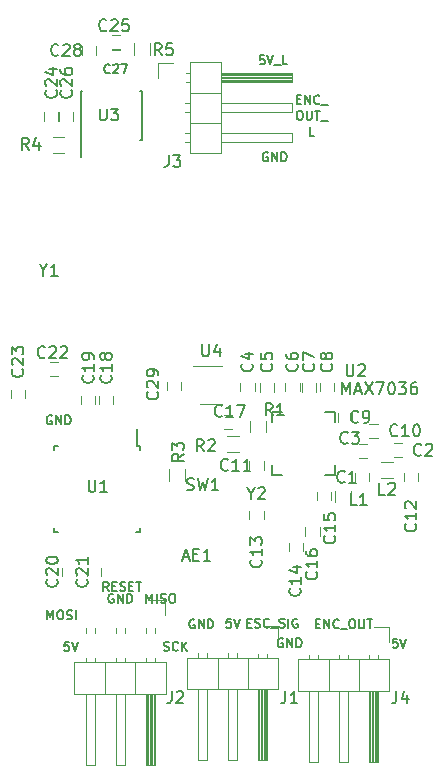
<source format=gbr>
G04 #@! TF.FileFunction,Legend,Top*
%FSLAX46Y46*%
G04 Gerber Fmt 4.6, Leading zero omitted, Abs format (unit mm)*
G04 Created by KiCad (PCBNEW 4.0.7) date 04/10/18 01:59:35*
%MOMM*%
%LPD*%
G01*
G04 APERTURE LIST*
%ADD10C,0.100000*%
%ADD11C,0.190500*%
%ADD12C,0.150000*%
%ADD13C,0.120000*%
%ADD14C,0.152400*%
G04 APERTURE END LIST*
D10*
D11*
X117402428Y-140398500D02*
X117329857Y-140362214D01*
X117221000Y-140362214D01*
X117112143Y-140398500D01*
X117039571Y-140471071D01*
X117003286Y-140543643D01*
X116967000Y-140688786D01*
X116967000Y-140797643D01*
X117003286Y-140942786D01*
X117039571Y-141015357D01*
X117112143Y-141087929D01*
X117221000Y-141124214D01*
X117293571Y-141124214D01*
X117402428Y-141087929D01*
X117438714Y-141051643D01*
X117438714Y-140797643D01*
X117293571Y-140797643D01*
X117765286Y-141124214D02*
X117765286Y-140362214D01*
X118200714Y-141124214D01*
X118200714Y-140362214D01*
X118563572Y-141124214D02*
X118563572Y-140362214D01*
X118745000Y-140362214D01*
X118853857Y-140398500D01*
X118926429Y-140471071D01*
X118962714Y-140543643D01*
X118999000Y-140688786D01*
X118999000Y-140797643D01*
X118962714Y-140942786D01*
X118926429Y-141015357D01*
X118853857Y-141087929D01*
X118745000Y-141124214D01*
X118563572Y-141124214D01*
X115842144Y-91022714D02*
X115479287Y-91022714D01*
X115443001Y-91385571D01*
X115479287Y-91349286D01*
X115551858Y-91313000D01*
X115733287Y-91313000D01*
X115805858Y-91349286D01*
X115842144Y-91385571D01*
X115878429Y-91458143D01*
X115878429Y-91639571D01*
X115842144Y-91712143D01*
X115805858Y-91748429D01*
X115733287Y-91784714D01*
X115551858Y-91784714D01*
X115479287Y-91748429D01*
X115443001Y-91712143D01*
X116096143Y-91022714D02*
X116350143Y-91784714D01*
X116604143Y-91022714D01*
X116676715Y-91857286D02*
X117257286Y-91857286D01*
X117801572Y-91784714D02*
X117438715Y-91784714D01*
X117438715Y-91022714D01*
X118590786Y-94751071D02*
X118844786Y-94751071D01*
X118953643Y-95150214D02*
X118590786Y-95150214D01*
X118590786Y-94388214D01*
X118953643Y-94388214D01*
X119280215Y-95150214D02*
X119280215Y-94388214D01*
X119715643Y-95150214D01*
X119715643Y-94388214D01*
X120513929Y-95077643D02*
X120477643Y-95113929D01*
X120368786Y-95150214D01*
X120296215Y-95150214D01*
X120187358Y-95113929D01*
X120114786Y-95041357D01*
X120078501Y-94968786D01*
X120042215Y-94823643D01*
X120042215Y-94714786D01*
X120078501Y-94569643D01*
X120114786Y-94497071D01*
X120187358Y-94424500D01*
X120296215Y-94388214D01*
X120368786Y-94388214D01*
X120477643Y-94424500D01*
X120513929Y-94460786D01*
X120659072Y-95222786D02*
X121239643Y-95222786D01*
X118772214Y-95721714D02*
X118917357Y-95721714D01*
X118989929Y-95758000D01*
X119062500Y-95830571D01*
X119098786Y-95975714D01*
X119098786Y-96229714D01*
X119062500Y-96374857D01*
X118989929Y-96447429D01*
X118917357Y-96483714D01*
X118772214Y-96483714D01*
X118699643Y-96447429D01*
X118627072Y-96374857D01*
X118590786Y-96229714D01*
X118590786Y-95975714D01*
X118627072Y-95830571D01*
X118699643Y-95758000D01*
X118772214Y-95721714D01*
X119425358Y-95721714D02*
X119425358Y-96338571D01*
X119461643Y-96411143D01*
X119497929Y-96447429D01*
X119570500Y-96483714D01*
X119715643Y-96483714D01*
X119788215Y-96447429D01*
X119824500Y-96411143D01*
X119860786Y-96338571D01*
X119860786Y-95721714D01*
X120114786Y-95721714D02*
X120550215Y-95721714D01*
X120332501Y-96483714D02*
X120332501Y-95721714D01*
X120622786Y-96556286D02*
X121203357Y-96556286D01*
X120060358Y-97817214D02*
X119697501Y-97817214D01*
X119697501Y-97055214D01*
X116132428Y-99250500D02*
X116059857Y-99214214D01*
X115951000Y-99214214D01*
X115842143Y-99250500D01*
X115769571Y-99323071D01*
X115733286Y-99395643D01*
X115697000Y-99540786D01*
X115697000Y-99649643D01*
X115733286Y-99794786D01*
X115769571Y-99867357D01*
X115842143Y-99939929D01*
X115951000Y-99976214D01*
X116023571Y-99976214D01*
X116132428Y-99939929D01*
X116168714Y-99903643D01*
X116168714Y-99649643D01*
X116023571Y-99649643D01*
X116495286Y-99976214D02*
X116495286Y-99214214D01*
X116930714Y-99976214D01*
X116930714Y-99214214D01*
X117293572Y-99976214D02*
X117293572Y-99214214D01*
X117475000Y-99214214D01*
X117583857Y-99250500D01*
X117656429Y-99323071D01*
X117692714Y-99395643D01*
X117729000Y-99540786D01*
X117729000Y-99649643D01*
X117692714Y-99794786D01*
X117656429Y-99867357D01*
X117583857Y-99939929D01*
X117475000Y-99976214D01*
X117293572Y-99976214D01*
X127108858Y-140425714D02*
X126746001Y-140425714D01*
X126709715Y-140788571D01*
X126746001Y-140752286D01*
X126818572Y-140716000D01*
X127000001Y-140716000D01*
X127072572Y-140752286D01*
X127108858Y-140788571D01*
X127145143Y-140861143D01*
X127145143Y-141042571D01*
X127108858Y-141115143D01*
X127072572Y-141151429D01*
X127000001Y-141187714D01*
X126818572Y-141187714D01*
X126746001Y-141151429D01*
X126709715Y-141115143D01*
X127362857Y-140425714D02*
X127616857Y-141187714D01*
X127870857Y-140425714D01*
X120232715Y-139137571D02*
X120486715Y-139137571D01*
X120595572Y-139536714D02*
X120232715Y-139536714D01*
X120232715Y-138774714D01*
X120595572Y-138774714D01*
X120922144Y-139536714D02*
X120922144Y-138774714D01*
X121357572Y-139536714D01*
X121357572Y-138774714D01*
X122155858Y-139464143D02*
X122119572Y-139500429D01*
X122010715Y-139536714D01*
X121938144Y-139536714D01*
X121829287Y-139500429D01*
X121756715Y-139427857D01*
X121720430Y-139355286D01*
X121684144Y-139210143D01*
X121684144Y-139101286D01*
X121720430Y-138956143D01*
X121756715Y-138883571D01*
X121829287Y-138811000D01*
X121938144Y-138774714D01*
X122010715Y-138774714D01*
X122119572Y-138811000D01*
X122155858Y-138847286D01*
X122301001Y-139609286D02*
X122881572Y-139609286D01*
X123208143Y-138774714D02*
X123353286Y-138774714D01*
X123425858Y-138811000D01*
X123498429Y-138883571D01*
X123534715Y-139028714D01*
X123534715Y-139282714D01*
X123498429Y-139427857D01*
X123425858Y-139500429D01*
X123353286Y-139536714D01*
X123208143Y-139536714D01*
X123135572Y-139500429D01*
X123063001Y-139427857D01*
X123026715Y-139282714D01*
X123026715Y-139028714D01*
X123063001Y-138883571D01*
X123135572Y-138811000D01*
X123208143Y-138774714D01*
X123861287Y-138774714D02*
X123861287Y-139391571D01*
X123897572Y-139464143D01*
X123933858Y-139500429D01*
X124006429Y-139536714D01*
X124151572Y-139536714D01*
X124224144Y-139500429D01*
X124260429Y-139464143D01*
X124296715Y-139391571D01*
X124296715Y-138774714D01*
X124550715Y-138774714D02*
X124986144Y-138774714D01*
X124768430Y-139536714D02*
X124768430Y-138774714D01*
X97844428Y-121539000D02*
X97771857Y-121502714D01*
X97663000Y-121502714D01*
X97554143Y-121539000D01*
X97481571Y-121611571D01*
X97445286Y-121684143D01*
X97409000Y-121829286D01*
X97409000Y-121938143D01*
X97445286Y-122083286D01*
X97481571Y-122155857D01*
X97554143Y-122228429D01*
X97663000Y-122264714D01*
X97735571Y-122264714D01*
X97844428Y-122228429D01*
X97880714Y-122192143D01*
X97880714Y-121938143D01*
X97735571Y-121938143D01*
X98207286Y-122264714D02*
X98207286Y-121502714D01*
X98642714Y-122264714D01*
X98642714Y-121502714D01*
X99005572Y-122264714D02*
X99005572Y-121502714D01*
X99187000Y-121502714D01*
X99295857Y-121539000D01*
X99368429Y-121611571D01*
X99404714Y-121684143D01*
X99441000Y-121829286D01*
X99441000Y-121938143D01*
X99404714Y-122083286D01*
X99368429Y-122155857D01*
X99295857Y-122228429D01*
X99187000Y-122264714D01*
X99005572Y-122264714D01*
X114399787Y-139074071D02*
X114653787Y-139074071D01*
X114762644Y-139473214D02*
X114399787Y-139473214D01*
X114399787Y-138711214D01*
X114762644Y-138711214D01*
X115052930Y-139436929D02*
X115161787Y-139473214D01*
X115343216Y-139473214D01*
X115415787Y-139436929D01*
X115452073Y-139400643D01*
X115488358Y-139328071D01*
X115488358Y-139255500D01*
X115452073Y-139182929D01*
X115415787Y-139146643D01*
X115343216Y-139110357D01*
X115198073Y-139074071D01*
X115125501Y-139037786D01*
X115089216Y-139001500D01*
X115052930Y-138928929D01*
X115052930Y-138856357D01*
X115089216Y-138783786D01*
X115125501Y-138747500D01*
X115198073Y-138711214D01*
X115379501Y-138711214D01*
X115488358Y-138747500D01*
X116250358Y-139400643D02*
X116214072Y-139436929D01*
X116105215Y-139473214D01*
X116032644Y-139473214D01*
X115923787Y-139436929D01*
X115851215Y-139364357D01*
X115814930Y-139291786D01*
X115778644Y-139146643D01*
X115778644Y-139037786D01*
X115814930Y-138892643D01*
X115851215Y-138820071D01*
X115923787Y-138747500D01*
X116032644Y-138711214D01*
X116105215Y-138711214D01*
X116214072Y-138747500D01*
X116250358Y-138783786D01*
X116395501Y-139545786D02*
X116976072Y-139545786D01*
X117121215Y-139436929D02*
X117230072Y-139473214D01*
X117411501Y-139473214D01*
X117484072Y-139436929D01*
X117520358Y-139400643D01*
X117556643Y-139328071D01*
X117556643Y-139255500D01*
X117520358Y-139182929D01*
X117484072Y-139146643D01*
X117411501Y-139110357D01*
X117266358Y-139074071D01*
X117193786Y-139037786D01*
X117157501Y-139001500D01*
X117121215Y-138928929D01*
X117121215Y-138856357D01*
X117157501Y-138783786D01*
X117193786Y-138747500D01*
X117266358Y-138711214D01*
X117447786Y-138711214D01*
X117556643Y-138747500D01*
X117883215Y-139473214D02*
X117883215Y-138711214D01*
X118645214Y-138747500D02*
X118572643Y-138711214D01*
X118463786Y-138711214D01*
X118354929Y-138747500D01*
X118282357Y-138820071D01*
X118246072Y-138892643D01*
X118209786Y-139037786D01*
X118209786Y-139146643D01*
X118246072Y-139291786D01*
X118282357Y-139364357D01*
X118354929Y-139436929D01*
X118463786Y-139473214D01*
X118536357Y-139473214D01*
X118645214Y-139436929D01*
X118681500Y-139400643D01*
X118681500Y-139146643D01*
X118536357Y-139146643D01*
X113011858Y-138711214D02*
X112649001Y-138711214D01*
X112612715Y-139074071D01*
X112649001Y-139037786D01*
X112721572Y-139001500D01*
X112903001Y-139001500D01*
X112975572Y-139037786D01*
X113011858Y-139074071D01*
X113048143Y-139146643D01*
X113048143Y-139328071D01*
X113011858Y-139400643D01*
X112975572Y-139436929D01*
X112903001Y-139473214D01*
X112721572Y-139473214D01*
X112649001Y-139436929D01*
X112612715Y-139400643D01*
X113265857Y-138711214D02*
X113519857Y-139473214D01*
X113773857Y-138711214D01*
X109909428Y-138811000D02*
X109836857Y-138774714D01*
X109728000Y-138774714D01*
X109619143Y-138811000D01*
X109546571Y-138883571D01*
X109510286Y-138956143D01*
X109474000Y-139101286D01*
X109474000Y-139210143D01*
X109510286Y-139355286D01*
X109546571Y-139427857D01*
X109619143Y-139500429D01*
X109728000Y-139536714D01*
X109800571Y-139536714D01*
X109909428Y-139500429D01*
X109945714Y-139464143D01*
X109945714Y-139210143D01*
X109800571Y-139210143D01*
X110272286Y-139536714D02*
X110272286Y-138774714D01*
X110707714Y-139536714D01*
X110707714Y-138774714D01*
X111070572Y-139536714D02*
X111070572Y-138774714D01*
X111252000Y-138774714D01*
X111360857Y-138811000D01*
X111433429Y-138883571D01*
X111469714Y-138956143D01*
X111506000Y-139101286D01*
X111506000Y-139210143D01*
X111469714Y-139355286D01*
X111433429Y-139427857D01*
X111360857Y-139500429D01*
X111252000Y-139536714D01*
X111070572Y-139536714D01*
X103051428Y-136652000D02*
X102978857Y-136615714D01*
X102870000Y-136615714D01*
X102761143Y-136652000D01*
X102688571Y-136724571D01*
X102652286Y-136797143D01*
X102616000Y-136942286D01*
X102616000Y-137051143D01*
X102652286Y-137196286D01*
X102688571Y-137268857D01*
X102761143Y-137341429D01*
X102870000Y-137377714D01*
X102942571Y-137377714D01*
X103051428Y-137341429D01*
X103087714Y-137305143D01*
X103087714Y-137051143D01*
X102942571Y-137051143D01*
X103414286Y-137377714D02*
X103414286Y-136615714D01*
X103849714Y-137377714D01*
X103849714Y-136615714D01*
X104212572Y-137377714D02*
X104212572Y-136615714D01*
X104394000Y-136615714D01*
X104502857Y-136652000D01*
X104575429Y-136724571D01*
X104611714Y-136797143D01*
X104648000Y-136942286D01*
X104648000Y-137051143D01*
X104611714Y-137196286D01*
X104575429Y-137268857D01*
X104502857Y-137341429D01*
X104394000Y-137377714D01*
X104212572Y-137377714D01*
X102652286Y-136361714D02*
X102398286Y-135998857D01*
X102216858Y-136361714D02*
X102216858Y-135599714D01*
X102507143Y-135599714D01*
X102579715Y-135636000D01*
X102616000Y-135672286D01*
X102652286Y-135744857D01*
X102652286Y-135853714D01*
X102616000Y-135926286D01*
X102579715Y-135962571D01*
X102507143Y-135998857D01*
X102216858Y-135998857D01*
X102978858Y-135962571D02*
X103232858Y-135962571D01*
X103341715Y-136361714D02*
X102978858Y-136361714D01*
X102978858Y-135599714D01*
X103341715Y-135599714D01*
X103632001Y-136325429D02*
X103740858Y-136361714D01*
X103922287Y-136361714D01*
X103994858Y-136325429D01*
X104031144Y-136289143D01*
X104067429Y-136216571D01*
X104067429Y-136144000D01*
X104031144Y-136071429D01*
X103994858Y-136035143D01*
X103922287Y-135998857D01*
X103777144Y-135962571D01*
X103704572Y-135926286D01*
X103668287Y-135890000D01*
X103632001Y-135817429D01*
X103632001Y-135744857D01*
X103668287Y-135672286D01*
X103704572Y-135636000D01*
X103777144Y-135599714D01*
X103958572Y-135599714D01*
X104067429Y-135636000D01*
X104394001Y-135962571D02*
X104648001Y-135962571D01*
X104756858Y-136361714D02*
X104394001Y-136361714D01*
X104394001Y-135599714D01*
X104756858Y-135599714D01*
X104974572Y-135599714D02*
X105410001Y-135599714D01*
X105192287Y-136361714D02*
X105192287Y-135599714D01*
X107351286Y-141405429D02*
X107460143Y-141441714D01*
X107641572Y-141441714D01*
X107714143Y-141405429D01*
X107750429Y-141369143D01*
X107786714Y-141296571D01*
X107786714Y-141224000D01*
X107750429Y-141151429D01*
X107714143Y-141115143D01*
X107641572Y-141078857D01*
X107496429Y-141042571D01*
X107423857Y-141006286D01*
X107387572Y-140970000D01*
X107351286Y-140897429D01*
X107351286Y-140824857D01*
X107387572Y-140752286D01*
X107423857Y-140716000D01*
X107496429Y-140679714D01*
X107677857Y-140679714D01*
X107786714Y-140716000D01*
X108548714Y-141369143D02*
X108512428Y-141405429D01*
X108403571Y-141441714D01*
X108331000Y-141441714D01*
X108222143Y-141405429D01*
X108149571Y-141332857D01*
X108113286Y-141260286D01*
X108077000Y-141115143D01*
X108077000Y-141006286D01*
X108113286Y-140861143D01*
X108149571Y-140788571D01*
X108222143Y-140716000D01*
X108331000Y-140679714D01*
X108403571Y-140679714D01*
X108512428Y-140716000D01*
X108548714Y-140752286D01*
X108875286Y-141441714D02*
X108875286Y-140679714D01*
X109310714Y-141441714D02*
X108984143Y-141006286D01*
X109310714Y-140679714D02*
X108875286Y-141115143D01*
X105863572Y-137377714D02*
X105863572Y-136615714D01*
X106117572Y-137160000D01*
X106371572Y-136615714D01*
X106371572Y-137377714D01*
X106734429Y-137377714D02*
X106734429Y-136615714D01*
X107061000Y-137341429D02*
X107169857Y-137377714D01*
X107351286Y-137377714D01*
X107423857Y-137341429D01*
X107460143Y-137305143D01*
X107496428Y-137232571D01*
X107496428Y-137160000D01*
X107460143Y-137087429D01*
X107423857Y-137051143D01*
X107351286Y-137014857D01*
X107206143Y-136978571D01*
X107133571Y-136942286D01*
X107097286Y-136906000D01*
X107061000Y-136833429D01*
X107061000Y-136760857D01*
X107097286Y-136688286D01*
X107133571Y-136652000D01*
X107206143Y-136615714D01*
X107387571Y-136615714D01*
X107496428Y-136652000D01*
X107968142Y-136615714D02*
X108113285Y-136615714D01*
X108185857Y-136652000D01*
X108258428Y-136724571D01*
X108294714Y-136869714D01*
X108294714Y-137123714D01*
X108258428Y-137268857D01*
X108185857Y-137341429D01*
X108113285Y-137377714D01*
X107968142Y-137377714D01*
X107895571Y-137341429D01*
X107823000Y-137268857D01*
X107786714Y-137123714D01*
X107786714Y-136869714D01*
X107823000Y-136724571D01*
X107895571Y-136652000D01*
X107968142Y-136615714D01*
X99295858Y-140679714D02*
X98933001Y-140679714D01*
X98896715Y-141042571D01*
X98933001Y-141006286D01*
X99005572Y-140970000D01*
X99187001Y-140970000D01*
X99259572Y-141006286D01*
X99295858Y-141042571D01*
X99332143Y-141115143D01*
X99332143Y-141296571D01*
X99295858Y-141369143D01*
X99259572Y-141405429D01*
X99187001Y-141441714D01*
X99005572Y-141441714D01*
X98933001Y-141405429D01*
X98896715Y-141369143D01*
X99549857Y-140679714D02*
X99803857Y-141441714D01*
X100057857Y-140679714D01*
X97481572Y-138774714D02*
X97481572Y-138012714D01*
X97735572Y-138557000D01*
X97989572Y-138012714D01*
X97989572Y-138774714D01*
X98497571Y-138012714D02*
X98642714Y-138012714D01*
X98715286Y-138049000D01*
X98787857Y-138121571D01*
X98824143Y-138266714D01*
X98824143Y-138520714D01*
X98787857Y-138665857D01*
X98715286Y-138738429D01*
X98642714Y-138774714D01*
X98497571Y-138774714D01*
X98425000Y-138738429D01*
X98352429Y-138665857D01*
X98316143Y-138520714D01*
X98316143Y-138266714D01*
X98352429Y-138121571D01*
X98425000Y-138049000D01*
X98497571Y-138012714D01*
X99114429Y-138738429D02*
X99223286Y-138774714D01*
X99404715Y-138774714D01*
X99477286Y-138738429D01*
X99513572Y-138702143D01*
X99549857Y-138629571D01*
X99549857Y-138557000D01*
X99513572Y-138484429D01*
X99477286Y-138448143D01*
X99404715Y-138411857D01*
X99259572Y-138375571D01*
X99187000Y-138339286D01*
X99150715Y-138303000D01*
X99114429Y-138230429D01*
X99114429Y-138157857D01*
X99150715Y-138085286D01*
X99187000Y-138049000D01*
X99259572Y-138012714D01*
X99441000Y-138012714D01*
X99549857Y-138049000D01*
X99876429Y-138774714D02*
X99876429Y-138012714D01*
D12*
X105317000Y-124098000D02*
X105092000Y-124098000D01*
X105317000Y-131348000D02*
X104992000Y-131348000D01*
X98067000Y-131348000D02*
X98392000Y-131348000D01*
X98067000Y-124098000D02*
X98392000Y-124098000D01*
X105317000Y-124098000D02*
X105317000Y-124423000D01*
X98067000Y-124098000D02*
X98067000Y-124423000D01*
X98067000Y-131348000D02*
X98067000Y-131023000D01*
X105317000Y-131348000D02*
X105317000Y-131023000D01*
X105092000Y-124098000D02*
X105092000Y-122673000D01*
D13*
X103620932Y-90469346D02*
X102920932Y-90469346D01*
X102920932Y-89269346D02*
X103620932Y-89269346D01*
X97920932Y-97952346D02*
X98920932Y-97952346D01*
X98920932Y-99312346D02*
X97920932Y-99312346D01*
X99667932Y-95857346D02*
X99667932Y-96557346D01*
X98467932Y-96557346D02*
X98467932Y-95857346D01*
X101572932Y-90269346D02*
X101572932Y-90969346D01*
X100372932Y-90969346D02*
X100372932Y-90269346D01*
X98397932Y-95857346D02*
X98397932Y-96557346D01*
X97197932Y-96557346D02*
X97197932Y-95857346D01*
D12*
X100302932Y-98200346D02*
X100352932Y-98200346D01*
X100302932Y-94050346D02*
X100447932Y-94050346D01*
X105452932Y-94050346D02*
X105307932Y-94050346D01*
X105452932Y-98200346D02*
X105307932Y-98200346D01*
X100302932Y-98200346D02*
X100302932Y-94050346D01*
X105452932Y-98200346D02*
X105452932Y-94050346D01*
X100352932Y-98200346D02*
X100352932Y-99600346D01*
D13*
X106161432Y-89992346D02*
X106161432Y-90992346D01*
X104801432Y-90992346D02*
X104801432Y-89992346D01*
X109524932Y-91587346D02*
X109524932Y-99327346D01*
X109524932Y-99327346D02*
X112184932Y-99327346D01*
X112184932Y-99327346D02*
X112184932Y-91587346D01*
X112184932Y-91587346D02*
X109524932Y-91587346D01*
X112184932Y-92537346D02*
X118184932Y-92537346D01*
X118184932Y-92537346D02*
X118184932Y-93297346D01*
X118184932Y-93297346D02*
X112184932Y-93297346D01*
X112184932Y-92597346D02*
X118184932Y-92597346D01*
X112184932Y-92717346D02*
X118184932Y-92717346D01*
X112184932Y-92837346D02*
X118184932Y-92837346D01*
X112184932Y-92957346D02*
X118184932Y-92957346D01*
X112184932Y-93077346D02*
X118184932Y-93077346D01*
X112184932Y-93197346D02*
X118184932Y-93197346D01*
X109194932Y-92537346D02*
X109524932Y-92537346D01*
X109194932Y-93297346D02*
X109524932Y-93297346D01*
X109524932Y-94187346D02*
X112184932Y-94187346D01*
X112184932Y-95077346D02*
X118184932Y-95077346D01*
X118184932Y-95077346D02*
X118184932Y-95837346D01*
X118184932Y-95837346D02*
X112184932Y-95837346D01*
X109127861Y-95077346D02*
X109524932Y-95077346D01*
X109127861Y-95837346D02*
X109524932Y-95837346D01*
X109524932Y-96727346D02*
X112184932Y-96727346D01*
X112184932Y-97617346D02*
X118184932Y-97617346D01*
X118184932Y-97617346D02*
X118184932Y-98377346D01*
X118184932Y-98377346D02*
X112184932Y-98377346D01*
X109127861Y-97617346D02*
X109524932Y-97617346D01*
X109127861Y-98377346D02*
X109524932Y-98377346D01*
X106814932Y-92917346D02*
X106814932Y-91647346D01*
X106814932Y-91647346D02*
X108084932Y-91647346D01*
X103620932Y-91739346D02*
X102920932Y-91739346D01*
X102920932Y-90539346D02*
X103620932Y-90539346D01*
X94420000Y-120053000D02*
X94420000Y-119353000D01*
X95620000Y-119353000D02*
X95620000Y-120053000D01*
X123529800Y-127057200D02*
X123529800Y-126357200D01*
X124729800Y-126357200D02*
X124729800Y-127057200D01*
X127489000Y-125060000D02*
X126789000Y-125060000D01*
X126789000Y-123860000D02*
X127489000Y-123860000D01*
X124568000Y-125085400D02*
X123868000Y-125085400D01*
X123868000Y-123885400D02*
X124568000Y-123885400D01*
X115027000Y-118776000D02*
X115027000Y-119476000D01*
X113827000Y-119476000D02*
X113827000Y-118776000D01*
X115478000Y-119488000D02*
X115478000Y-118788000D01*
X116678000Y-118788000D02*
X116678000Y-119488000D01*
X118837000Y-118776000D02*
X118837000Y-119476000D01*
X117637000Y-119476000D02*
X117637000Y-118776000D01*
X120234000Y-118788000D02*
X120234000Y-119488000D01*
X119034000Y-119488000D02*
X119034000Y-118788000D01*
X120558000Y-119476000D02*
X120558000Y-118776000D01*
X121758000Y-118776000D02*
X121758000Y-119476000D01*
X123282000Y-121328000D02*
X123282000Y-122028000D01*
X122082000Y-122028000D02*
X122082000Y-121328000D01*
X125433000Y-123409000D02*
X124733000Y-123409000D01*
X124733000Y-122209000D02*
X125433000Y-122209000D01*
X114589000Y-126092000D02*
X114589000Y-125392000D01*
X115789000Y-125392000D02*
X115789000Y-126092000D01*
X127670000Y-127084000D02*
X127670000Y-126384000D01*
X128870000Y-126384000D02*
X128870000Y-127084000D01*
X114589000Y-130283000D02*
X114589000Y-129583000D01*
X115789000Y-129583000D02*
X115789000Y-130283000D01*
X117940000Y-132980000D02*
X117940000Y-132280000D01*
X119140000Y-132280000D02*
X119140000Y-132980000D01*
X120300000Y-128680000D02*
X120300000Y-127980000D01*
X121500000Y-127980000D02*
X121500000Y-128680000D01*
X119330000Y-131690000D02*
X119330000Y-130990000D01*
X120530000Y-130990000D02*
X120530000Y-131690000D01*
X113138000Y-122647000D02*
X112438000Y-122647000D01*
X112438000Y-121447000D02*
X113138000Y-121447000D01*
X103050000Y-119823000D02*
X103050000Y-120523000D01*
X101850000Y-120523000D02*
X101850000Y-119823000D01*
X101490000Y-119833000D02*
X101490000Y-120533000D01*
X100290000Y-120533000D02*
X100290000Y-119833000D01*
X98722000Y-135103000D02*
X98722000Y-134403000D01*
X99922000Y-134403000D02*
X99922000Y-135103000D01*
X100842000Y-135083000D02*
X100842000Y-134383000D01*
X102042000Y-134383000D02*
X102042000Y-135083000D01*
X98370000Y-118153000D02*
X97670000Y-118153000D01*
X97670000Y-116953000D02*
X98370000Y-116953000D01*
X107604000Y-119337000D02*
X107604000Y-118637000D01*
X108804000Y-118637000D02*
X108804000Y-119337000D01*
X117027000Y-142029000D02*
X109287000Y-142029000D01*
X109287000Y-142029000D02*
X109287000Y-144689000D01*
X109287000Y-144689000D02*
X117027000Y-144689000D01*
X117027000Y-144689000D02*
X117027000Y-142029000D01*
X116077000Y-144689000D02*
X116077000Y-150689000D01*
X116077000Y-150689000D02*
X115317000Y-150689000D01*
X115317000Y-150689000D02*
X115317000Y-144689000D01*
X116017000Y-144689000D02*
X116017000Y-150689000D01*
X115897000Y-144689000D02*
X115897000Y-150689000D01*
X115777000Y-144689000D02*
X115777000Y-150689000D01*
X115657000Y-144689000D02*
X115657000Y-150689000D01*
X115537000Y-144689000D02*
X115537000Y-150689000D01*
X115417000Y-144689000D02*
X115417000Y-150689000D01*
X116077000Y-141699000D02*
X116077000Y-142029000D01*
X115317000Y-141699000D02*
X115317000Y-142029000D01*
X114427000Y-142029000D02*
X114427000Y-144689000D01*
X113537000Y-144689000D02*
X113537000Y-150689000D01*
X113537000Y-150689000D02*
X112777000Y-150689000D01*
X112777000Y-150689000D02*
X112777000Y-144689000D01*
X113537000Y-141631929D02*
X113537000Y-142029000D01*
X112777000Y-141631929D02*
X112777000Y-142029000D01*
X111887000Y-142029000D02*
X111887000Y-144689000D01*
X110997000Y-144689000D02*
X110997000Y-150689000D01*
X110997000Y-150689000D02*
X110237000Y-150689000D01*
X110237000Y-150689000D02*
X110237000Y-144689000D01*
X110997000Y-141631929D02*
X110997000Y-142029000D01*
X110237000Y-141631929D02*
X110237000Y-142029000D01*
X115697000Y-139319000D02*
X116967000Y-139319000D01*
X116967000Y-139319000D02*
X116967000Y-140589000D01*
X107502000Y-142410000D02*
X99762000Y-142410000D01*
X99762000Y-142410000D02*
X99762000Y-145070000D01*
X99762000Y-145070000D02*
X107502000Y-145070000D01*
X107502000Y-145070000D02*
X107502000Y-142410000D01*
X106552000Y-145070000D02*
X106552000Y-151070000D01*
X106552000Y-151070000D02*
X105792000Y-151070000D01*
X105792000Y-151070000D02*
X105792000Y-145070000D01*
X106492000Y-145070000D02*
X106492000Y-151070000D01*
X106372000Y-145070000D02*
X106372000Y-151070000D01*
X106252000Y-145070000D02*
X106252000Y-151070000D01*
X106132000Y-145070000D02*
X106132000Y-151070000D01*
X106012000Y-145070000D02*
X106012000Y-151070000D01*
X105892000Y-145070000D02*
X105892000Y-151070000D01*
X106552000Y-142012929D02*
X106552000Y-142410000D01*
X105792000Y-142012929D02*
X105792000Y-142410000D01*
X106552000Y-139540000D02*
X106552000Y-139927071D01*
X105792000Y-139540000D02*
X105792000Y-139927071D01*
X104902000Y-142410000D02*
X104902000Y-145070000D01*
X104012000Y-145070000D02*
X104012000Y-151070000D01*
X104012000Y-151070000D02*
X103252000Y-151070000D01*
X103252000Y-151070000D02*
X103252000Y-145070000D01*
X104012000Y-142012929D02*
X104012000Y-142410000D01*
X103252000Y-142012929D02*
X103252000Y-142410000D01*
X104012000Y-139472929D02*
X104012000Y-139927071D01*
X103252000Y-139472929D02*
X103252000Y-139927071D01*
X102362000Y-142410000D02*
X102362000Y-145070000D01*
X101472000Y-145070000D02*
X101472000Y-151070000D01*
X101472000Y-151070000D02*
X100712000Y-151070000D01*
X100712000Y-151070000D02*
X100712000Y-145070000D01*
X101472000Y-142012929D02*
X101472000Y-142410000D01*
X100712000Y-142012929D02*
X100712000Y-142410000D01*
X101472000Y-139472929D02*
X101472000Y-139927071D01*
X100712000Y-139472929D02*
X100712000Y-139927071D01*
X106172000Y-137160000D02*
X107442000Y-137160000D01*
X107442000Y-137160000D02*
X107442000Y-138430000D01*
X123200000Y-127870000D02*
X123200000Y-128870000D01*
X121840000Y-128870000D02*
X121840000Y-127870000D01*
X125750000Y-125431000D02*
X126750000Y-125431000D01*
X126750000Y-126791000D02*
X125750000Y-126791000D01*
X115996000Y-121940000D02*
X115996000Y-122940000D01*
X114636000Y-122940000D02*
X114636000Y-121940000D01*
X113669000Y-124632000D02*
X112669000Y-124632000D01*
X112669000Y-123272000D02*
X113669000Y-123272000D01*
X107740000Y-127063000D02*
X107740000Y-126063000D01*
X109100000Y-126063000D02*
X109100000Y-127063000D01*
D14*
X121815701Y-126572800D02*
X121815701Y-125703640D01*
X121815701Y-121213400D02*
X120946541Y-121213400D01*
X116456301Y-121213400D02*
X116456301Y-122082560D01*
X116456301Y-126572800D02*
X117325461Y-126572800D01*
X120946541Y-126572800D02*
X121815701Y-126572800D01*
X121815701Y-122082560D02*
X121815701Y-121213400D01*
X117325461Y-121213400D02*
X116456301Y-121213400D01*
X116456301Y-125703640D02*
X116456301Y-126572800D01*
D13*
X110436000Y-120543000D02*
X112236000Y-120543000D01*
X112236000Y-117323000D02*
X109786000Y-117323000D01*
X126425000Y-142156000D02*
X118685000Y-142156000D01*
X118685000Y-142156000D02*
X118685000Y-144816000D01*
X118685000Y-144816000D02*
X126425000Y-144816000D01*
X126425000Y-144816000D02*
X126425000Y-142156000D01*
X125475000Y-144816000D02*
X125475000Y-150816000D01*
X125475000Y-150816000D02*
X124715000Y-150816000D01*
X124715000Y-150816000D02*
X124715000Y-144816000D01*
X125415000Y-144816000D02*
X125415000Y-150816000D01*
X125295000Y-144816000D02*
X125295000Y-150816000D01*
X125175000Y-144816000D02*
X125175000Y-150816000D01*
X125055000Y-144816000D02*
X125055000Y-150816000D01*
X124935000Y-144816000D02*
X124935000Y-150816000D01*
X124815000Y-144816000D02*
X124815000Y-150816000D01*
X125475000Y-141826000D02*
X125475000Y-142156000D01*
X124715000Y-141826000D02*
X124715000Y-142156000D01*
X123825000Y-142156000D02*
X123825000Y-144816000D01*
X122935000Y-144816000D02*
X122935000Y-150816000D01*
X122935000Y-150816000D02*
X122175000Y-150816000D01*
X122175000Y-150816000D02*
X122175000Y-144816000D01*
X122935000Y-141758929D02*
X122935000Y-142156000D01*
X122175000Y-141758929D02*
X122175000Y-142156000D01*
X121285000Y-142156000D02*
X121285000Y-144816000D01*
X120395000Y-144816000D02*
X120395000Y-150816000D01*
X120395000Y-150816000D02*
X119635000Y-150816000D01*
X119635000Y-150816000D02*
X119635000Y-144816000D01*
X120395000Y-141758929D02*
X120395000Y-142156000D01*
X119635000Y-141758929D02*
X119635000Y-142156000D01*
X125095000Y-139446000D02*
X126365000Y-139446000D01*
X126365000Y-139446000D02*
X126365000Y-140716000D01*
D12*
X100965095Y-126960381D02*
X100965095Y-127769905D01*
X101012714Y-127865143D01*
X101060333Y-127912762D01*
X101155571Y-127960381D01*
X101346048Y-127960381D01*
X101441286Y-127912762D01*
X101488905Y-127865143D01*
X101536524Y-127769905D01*
X101536524Y-126960381D01*
X102536524Y-127960381D02*
X101965095Y-127960381D01*
X102250809Y-127960381D02*
X102250809Y-126960381D01*
X102155571Y-127103238D01*
X102060333Y-127198476D01*
X101965095Y-127246095D01*
X102481143Y-88876143D02*
X102433524Y-88923762D01*
X102290667Y-88971381D01*
X102195429Y-88971381D01*
X102052571Y-88923762D01*
X101957333Y-88828524D01*
X101909714Y-88733286D01*
X101862095Y-88542810D01*
X101862095Y-88399952D01*
X101909714Y-88209476D01*
X101957333Y-88114238D01*
X102052571Y-88019000D01*
X102195429Y-87971381D01*
X102290667Y-87971381D01*
X102433524Y-88019000D01*
X102481143Y-88066619D01*
X102862095Y-88066619D02*
X102909714Y-88019000D01*
X103004952Y-87971381D01*
X103243048Y-87971381D01*
X103338286Y-88019000D01*
X103385905Y-88066619D01*
X103433524Y-88161857D01*
X103433524Y-88257095D01*
X103385905Y-88399952D01*
X102814476Y-88971381D01*
X103433524Y-88971381D01*
X104338286Y-87971381D02*
X103862095Y-87971381D01*
X103814476Y-88447571D01*
X103862095Y-88399952D01*
X103957333Y-88352333D01*
X104195429Y-88352333D01*
X104290667Y-88399952D01*
X104338286Y-88447571D01*
X104385905Y-88542810D01*
X104385905Y-88780905D01*
X104338286Y-88876143D01*
X104290667Y-88923762D01*
X104195429Y-88971381D01*
X103957333Y-88971381D01*
X103862095Y-88923762D01*
X103814476Y-88876143D01*
X95908834Y-99004381D02*
X95575500Y-98528190D01*
X95337405Y-99004381D02*
X95337405Y-98004381D01*
X95718358Y-98004381D01*
X95813596Y-98052000D01*
X95861215Y-98099619D01*
X95908834Y-98194857D01*
X95908834Y-98337714D01*
X95861215Y-98432952D01*
X95813596Y-98480571D01*
X95718358Y-98528190D01*
X95337405Y-98528190D01*
X96765977Y-98337714D02*
X96765977Y-99004381D01*
X96527881Y-97956762D02*
X96289786Y-98671048D01*
X96908834Y-98671048D01*
X99480643Y-93987857D02*
X99528262Y-94035476D01*
X99575881Y-94178333D01*
X99575881Y-94273571D01*
X99528262Y-94416429D01*
X99433024Y-94511667D01*
X99337786Y-94559286D01*
X99147310Y-94606905D01*
X99004452Y-94606905D01*
X98813976Y-94559286D01*
X98718738Y-94511667D01*
X98623500Y-94416429D01*
X98575881Y-94273571D01*
X98575881Y-94178333D01*
X98623500Y-94035476D01*
X98671119Y-93987857D01*
X98671119Y-93606905D02*
X98623500Y-93559286D01*
X98575881Y-93464048D01*
X98575881Y-93225952D01*
X98623500Y-93130714D01*
X98671119Y-93083095D01*
X98766357Y-93035476D01*
X98861595Y-93035476D01*
X99004452Y-93083095D01*
X99575881Y-93654524D01*
X99575881Y-93035476D01*
X98575881Y-92178333D02*
X98575881Y-92368810D01*
X98623500Y-92464048D01*
X98671119Y-92511667D01*
X98813976Y-92606905D01*
X99004452Y-92654524D01*
X99385405Y-92654524D01*
X99480643Y-92606905D01*
X99528262Y-92559286D01*
X99575881Y-92464048D01*
X99575881Y-92273571D01*
X99528262Y-92178333D01*
X99480643Y-92130714D01*
X99385405Y-92083095D01*
X99147310Y-92083095D01*
X99052071Y-92130714D01*
X99004452Y-92178333D01*
X98956833Y-92273571D01*
X98956833Y-92464048D01*
X99004452Y-92559286D01*
X99052071Y-92606905D01*
X99147310Y-92654524D01*
X98417143Y-90976489D02*
X98369524Y-91024108D01*
X98226667Y-91071727D01*
X98131429Y-91071727D01*
X97988571Y-91024108D01*
X97893333Y-90928870D01*
X97845714Y-90833632D01*
X97798095Y-90643156D01*
X97798095Y-90500298D01*
X97845714Y-90309822D01*
X97893333Y-90214584D01*
X97988571Y-90119346D01*
X98131429Y-90071727D01*
X98226667Y-90071727D01*
X98369524Y-90119346D01*
X98417143Y-90166965D01*
X98798095Y-90166965D02*
X98845714Y-90119346D01*
X98940952Y-90071727D01*
X99179048Y-90071727D01*
X99274286Y-90119346D01*
X99321905Y-90166965D01*
X99369524Y-90262203D01*
X99369524Y-90357441D01*
X99321905Y-90500298D01*
X98750476Y-91071727D01*
X99369524Y-91071727D01*
X99940952Y-90500298D02*
X99845714Y-90452679D01*
X99798095Y-90405060D01*
X99750476Y-90309822D01*
X99750476Y-90262203D01*
X99798095Y-90166965D01*
X99845714Y-90119346D01*
X99940952Y-90071727D01*
X100131429Y-90071727D01*
X100226667Y-90119346D01*
X100274286Y-90166965D01*
X100321905Y-90262203D01*
X100321905Y-90309822D01*
X100274286Y-90405060D01*
X100226667Y-90452679D01*
X100131429Y-90500298D01*
X99940952Y-90500298D01*
X99845714Y-90547917D01*
X99798095Y-90595536D01*
X99750476Y-90690775D01*
X99750476Y-90881251D01*
X99798095Y-90976489D01*
X99845714Y-91024108D01*
X99940952Y-91071727D01*
X100131429Y-91071727D01*
X100226667Y-91024108D01*
X100274286Y-90976489D01*
X100321905Y-90881251D01*
X100321905Y-90690775D01*
X100274286Y-90595536D01*
X100226667Y-90547917D01*
X100131429Y-90500298D01*
X98210643Y-93987857D02*
X98258262Y-94035476D01*
X98305881Y-94178333D01*
X98305881Y-94273571D01*
X98258262Y-94416429D01*
X98163024Y-94511667D01*
X98067786Y-94559286D01*
X97877310Y-94606905D01*
X97734452Y-94606905D01*
X97543976Y-94559286D01*
X97448738Y-94511667D01*
X97353500Y-94416429D01*
X97305881Y-94273571D01*
X97305881Y-94178333D01*
X97353500Y-94035476D01*
X97401119Y-93987857D01*
X97401119Y-93606905D02*
X97353500Y-93559286D01*
X97305881Y-93464048D01*
X97305881Y-93225952D01*
X97353500Y-93130714D01*
X97401119Y-93083095D01*
X97496357Y-93035476D01*
X97591595Y-93035476D01*
X97734452Y-93083095D01*
X98305881Y-93654524D01*
X98305881Y-93035476D01*
X97639214Y-92178333D02*
X98305881Y-92178333D01*
X97258262Y-92416429D02*
X97972548Y-92654524D01*
X97972548Y-92035476D01*
X101917595Y-95527881D02*
X101917595Y-96337405D01*
X101965214Y-96432643D01*
X102012833Y-96480262D01*
X102108071Y-96527881D01*
X102298548Y-96527881D01*
X102393786Y-96480262D01*
X102441405Y-96432643D01*
X102489024Y-96337405D01*
X102489024Y-95527881D01*
X102869976Y-95527881D02*
X103489024Y-95527881D01*
X103155690Y-95908833D01*
X103298548Y-95908833D01*
X103393786Y-95956452D01*
X103441405Y-96004071D01*
X103489024Y-96099310D01*
X103489024Y-96337405D01*
X103441405Y-96432643D01*
X103393786Y-96480262D01*
X103298548Y-96527881D01*
X103012833Y-96527881D01*
X102917595Y-96480262D01*
X102869976Y-96432643D01*
X107148334Y-91003381D02*
X106815000Y-90527190D01*
X106576905Y-91003381D02*
X106576905Y-90003381D01*
X106957858Y-90003381D01*
X107053096Y-90051000D01*
X107100715Y-90098619D01*
X107148334Y-90193857D01*
X107148334Y-90336714D01*
X107100715Y-90431952D01*
X107053096Y-90479571D01*
X106957858Y-90527190D01*
X106576905Y-90527190D01*
X108053096Y-90003381D02*
X107576905Y-90003381D01*
X107529286Y-90479571D01*
X107576905Y-90431952D01*
X107672143Y-90384333D01*
X107910239Y-90384333D01*
X108005477Y-90431952D01*
X108053096Y-90479571D01*
X108100715Y-90574810D01*
X108100715Y-90812905D01*
X108053096Y-90908143D01*
X108005477Y-90955762D01*
X107910239Y-91003381D01*
X107672143Y-91003381D01*
X107576905Y-90955762D01*
X107529286Y-90908143D01*
X107743667Y-99464881D02*
X107743667Y-100179167D01*
X107696047Y-100322024D01*
X107600809Y-100417262D01*
X107457952Y-100464881D01*
X107362714Y-100464881D01*
X108124619Y-99464881D02*
X108743667Y-99464881D01*
X108410333Y-99845833D01*
X108553191Y-99845833D01*
X108648429Y-99893452D01*
X108696048Y-99941071D01*
X108743667Y-100036310D01*
X108743667Y-100274405D01*
X108696048Y-100369643D01*
X108648429Y-100417262D01*
X108553191Y-100464881D01*
X108267476Y-100464881D01*
X108172238Y-100417262D01*
X108124619Y-100369643D01*
X102761143Y-92474143D02*
X102724857Y-92510429D01*
X102616000Y-92546714D01*
X102543429Y-92546714D01*
X102434572Y-92510429D01*
X102362000Y-92437857D01*
X102325715Y-92365286D01*
X102289429Y-92220143D01*
X102289429Y-92111286D01*
X102325715Y-91966143D01*
X102362000Y-91893571D01*
X102434572Y-91821000D01*
X102543429Y-91784714D01*
X102616000Y-91784714D01*
X102724857Y-91821000D01*
X102761143Y-91857286D01*
X103051429Y-91857286D02*
X103087715Y-91821000D01*
X103160286Y-91784714D01*
X103341715Y-91784714D01*
X103414286Y-91821000D01*
X103450572Y-91857286D01*
X103486857Y-91929857D01*
X103486857Y-92002429D01*
X103450572Y-92111286D01*
X103015143Y-92546714D01*
X103486857Y-92546714D01*
X103740857Y-91784714D02*
X104248857Y-91784714D01*
X103922286Y-92546714D01*
X95353143Y-117609857D02*
X95400762Y-117657476D01*
X95448381Y-117800333D01*
X95448381Y-117895571D01*
X95400762Y-118038429D01*
X95305524Y-118133667D01*
X95210286Y-118181286D01*
X95019810Y-118228905D01*
X94876952Y-118228905D01*
X94686476Y-118181286D01*
X94591238Y-118133667D01*
X94496000Y-118038429D01*
X94448381Y-117895571D01*
X94448381Y-117800333D01*
X94496000Y-117657476D01*
X94543619Y-117609857D01*
X94543619Y-117228905D02*
X94496000Y-117181286D01*
X94448381Y-117086048D01*
X94448381Y-116847952D01*
X94496000Y-116752714D01*
X94543619Y-116705095D01*
X94638857Y-116657476D01*
X94734095Y-116657476D01*
X94876952Y-116705095D01*
X95448381Y-117276524D01*
X95448381Y-116657476D01*
X94448381Y-116324143D02*
X94448381Y-115705095D01*
X94829333Y-116038429D01*
X94829333Y-115895571D01*
X94876952Y-115800333D01*
X94924571Y-115752714D01*
X95019810Y-115705095D01*
X95257905Y-115705095D01*
X95353143Y-115752714D01*
X95400762Y-115800333D01*
X95448381Y-115895571D01*
X95448381Y-116181286D01*
X95400762Y-116276524D01*
X95353143Y-116324143D01*
X108942333Y-133516667D02*
X109418524Y-133516667D01*
X108847095Y-133802381D02*
X109180428Y-132802381D01*
X109513762Y-133802381D01*
X109847095Y-133278571D02*
X110180429Y-133278571D01*
X110323286Y-133802381D02*
X109847095Y-133802381D01*
X109847095Y-132802381D01*
X110323286Y-132802381D01*
X111275667Y-133802381D02*
X110704238Y-133802381D01*
X110989952Y-133802381D02*
X110989952Y-132802381D01*
X110894714Y-132945238D01*
X110799476Y-133040476D01*
X110704238Y-133088095D01*
X122642334Y-127103143D02*
X122594715Y-127150762D01*
X122451858Y-127198381D01*
X122356620Y-127198381D01*
X122213762Y-127150762D01*
X122118524Y-127055524D01*
X122070905Y-126960286D01*
X122023286Y-126769810D01*
X122023286Y-126626952D01*
X122070905Y-126436476D01*
X122118524Y-126341238D01*
X122213762Y-126246000D01*
X122356620Y-126198381D01*
X122451858Y-126198381D01*
X122594715Y-126246000D01*
X122642334Y-126293619D01*
X123594715Y-127198381D02*
X123023286Y-127198381D01*
X123309000Y-127198381D02*
X123309000Y-126198381D01*
X123213762Y-126341238D01*
X123118524Y-126436476D01*
X123023286Y-126484095D01*
X129119334Y-124817143D02*
X129071715Y-124864762D01*
X128928858Y-124912381D01*
X128833620Y-124912381D01*
X128690762Y-124864762D01*
X128595524Y-124769524D01*
X128547905Y-124674286D01*
X128500286Y-124483810D01*
X128500286Y-124340952D01*
X128547905Y-124150476D01*
X128595524Y-124055238D01*
X128690762Y-123960000D01*
X128833620Y-123912381D01*
X128928858Y-123912381D01*
X129071715Y-123960000D01*
X129119334Y-124007619D01*
X129500286Y-124007619D02*
X129547905Y-123960000D01*
X129643143Y-123912381D01*
X129881239Y-123912381D01*
X129976477Y-123960000D01*
X130024096Y-124007619D01*
X130071715Y-124102857D01*
X130071715Y-124198095D01*
X130024096Y-124340952D01*
X129452667Y-124912381D01*
X130071715Y-124912381D01*
X122896334Y-123801143D02*
X122848715Y-123848762D01*
X122705858Y-123896381D01*
X122610620Y-123896381D01*
X122467762Y-123848762D01*
X122372524Y-123753524D01*
X122324905Y-123658286D01*
X122277286Y-123467810D01*
X122277286Y-123324952D01*
X122324905Y-123134476D01*
X122372524Y-123039238D01*
X122467762Y-122944000D01*
X122610620Y-122896381D01*
X122705858Y-122896381D01*
X122848715Y-122944000D01*
X122896334Y-122991619D01*
X123229667Y-122896381D02*
X123848715Y-122896381D01*
X123515381Y-123277333D01*
X123658239Y-123277333D01*
X123753477Y-123324952D01*
X123801096Y-123372571D01*
X123848715Y-123467810D01*
X123848715Y-123705905D01*
X123801096Y-123801143D01*
X123753477Y-123848762D01*
X123658239Y-123896381D01*
X123372524Y-123896381D01*
X123277286Y-123848762D01*
X123229667Y-123801143D01*
X114784143Y-117133666D02*
X114831762Y-117181285D01*
X114879381Y-117324142D01*
X114879381Y-117419380D01*
X114831762Y-117562238D01*
X114736524Y-117657476D01*
X114641286Y-117705095D01*
X114450810Y-117752714D01*
X114307952Y-117752714D01*
X114117476Y-117705095D01*
X114022238Y-117657476D01*
X113927000Y-117562238D01*
X113879381Y-117419380D01*
X113879381Y-117324142D01*
X113927000Y-117181285D01*
X113974619Y-117133666D01*
X114212714Y-116276523D02*
X114879381Y-116276523D01*
X113831762Y-116514619D02*
X114546048Y-116752714D01*
X114546048Y-116133666D01*
X116435143Y-117133666D02*
X116482762Y-117181285D01*
X116530381Y-117324142D01*
X116530381Y-117419380D01*
X116482762Y-117562238D01*
X116387524Y-117657476D01*
X116292286Y-117705095D01*
X116101810Y-117752714D01*
X115958952Y-117752714D01*
X115768476Y-117705095D01*
X115673238Y-117657476D01*
X115578000Y-117562238D01*
X115530381Y-117419380D01*
X115530381Y-117324142D01*
X115578000Y-117181285D01*
X115625619Y-117133666D01*
X115530381Y-116228904D02*
X115530381Y-116705095D01*
X116006571Y-116752714D01*
X115958952Y-116705095D01*
X115911333Y-116609857D01*
X115911333Y-116371761D01*
X115958952Y-116276523D01*
X116006571Y-116228904D01*
X116101810Y-116181285D01*
X116339905Y-116181285D01*
X116435143Y-116228904D01*
X116482762Y-116276523D01*
X116530381Y-116371761D01*
X116530381Y-116609857D01*
X116482762Y-116705095D01*
X116435143Y-116752714D01*
X118594143Y-117133666D02*
X118641762Y-117181285D01*
X118689381Y-117324142D01*
X118689381Y-117419380D01*
X118641762Y-117562238D01*
X118546524Y-117657476D01*
X118451286Y-117705095D01*
X118260810Y-117752714D01*
X118117952Y-117752714D01*
X117927476Y-117705095D01*
X117832238Y-117657476D01*
X117737000Y-117562238D01*
X117689381Y-117419380D01*
X117689381Y-117324142D01*
X117737000Y-117181285D01*
X117784619Y-117133666D01*
X117689381Y-116276523D02*
X117689381Y-116467000D01*
X117737000Y-116562238D01*
X117784619Y-116609857D01*
X117927476Y-116705095D01*
X118117952Y-116752714D01*
X118498905Y-116752714D01*
X118594143Y-116705095D01*
X118641762Y-116657476D01*
X118689381Y-116562238D01*
X118689381Y-116371761D01*
X118641762Y-116276523D01*
X118594143Y-116228904D01*
X118498905Y-116181285D01*
X118260810Y-116181285D01*
X118165571Y-116228904D01*
X118117952Y-116276523D01*
X118070333Y-116371761D01*
X118070333Y-116562238D01*
X118117952Y-116657476D01*
X118165571Y-116705095D01*
X118260810Y-116752714D01*
X119991143Y-117133666D02*
X120038762Y-117181285D01*
X120086381Y-117324142D01*
X120086381Y-117419380D01*
X120038762Y-117562238D01*
X119943524Y-117657476D01*
X119848286Y-117705095D01*
X119657810Y-117752714D01*
X119514952Y-117752714D01*
X119324476Y-117705095D01*
X119229238Y-117657476D01*
X119134000Y-117562238D01*
X119086381Y-117419380D01*
X119086381Y-117324142D01*
X119134000Y-117181285D01*
X119181619Y-117133666D01*
X119086381Y-116800333D02*
X119086381Y-116133666D01*
X120086381Y-116562238D01*
X121515143Y-117133666D02*
X121562762Y-117181285D01*
X121610381Y-117324142D01*
X121610381Y-117419380D01*
X121562762Y-117562238D01*
X121467524Y-117657476D01*
X121372286Y-117705095D01*
X121181810Y-117752714D01*
X121038952Y-117752714D01*
X120848476Y-117705095D01*
X120753238Y-117657476D01*
X120658000Y-117562238D01*
X120610381Y-117419380D01*
X120610381Y-117324142D01*
X120658000Y-117181285D01*
X120705619Y-117133666D01*
X121038952Y-116562238D02*
X120991333Y-116657476D01*
X120943714Y-116705095D01*
X120848476Y-116752714D01*
X120800857Y-116752714D01*
X120705619Y-116705095D01*
X120658000Y-116657476D01*
X120610381Y-116562238D01*
X120610381Y-116371761D01*
X120658000Y-116276523D01*
X120705619Y-116228904D01*
X120800857Y-116181285D01*
X120848476Y-116181285D01*
X120943714Y-116228904D01*
X120991333Y-116276523D01*
X121038952Y-116371761D01*
X121038952Y-116562238D01*
X121086571Y-116657476D01*
X121134190Y-116705095D01*
X121229429Y-116752714D01*
X121419905Y-116752714D01*
X121515143Y-116705095D01*
X121562762Y-116657476D01*
X121610381Y-116562238D01*
X121610381Y-116371761D01*
X121562762Y-116276523D01*
X121515143Y-116228904D01*
X121419905Y-116181285D01*
X121229429Y-116181285D01*
X121134190Y-116228904D01*
X121086571Y-116276523D01*
X121038952Y-116371761D01*
X123785334Y-122023143D02*
X123737715Y-122070762D01*
X123594858Y-122118381D01*
X123499620Y-122118381D01*
X123356762Y-122070762D01*
X123261524Y-121975524D01*
X123213905Y-121880286D01*
X123166286Y-121689810D01*
X123166286Y-121546952D01*
X123213905Y-121356476D01*
X123261524Y-121261238D01*
X123356762Y-121166000D01*
X123499620Y-121118381D01*
X123594858Y-121118381D01*
X123737715Y-121166000D01*
X123785334Y-121213619D01*
X124261524Y-122118381D02*
X124452000Y-122118381D01*
X124547239Y-122070762D01*
X124594858Y-122023143D01*
X124690096Y-121880286D01*
X124737715Y-121689810D01*
X124737715Y-121308857D01*
X124690096Y-121213619D01*
X124642477Y-121166000D01*
X124547239Y-121118381D01*
X124356762Y-121118381D01*
X124261524Y-121166000D01*
X124213905Y-121213619D01*
X124166286Y-121308857D01*
X124166286Y-121546952D01*
X124213905Y-121642190D01*
X124261524Y-121689810D01*
X124356762Y-121737429D01*
X124547239Y-121737429D01*
X124642477Y-121689810D01*
X124690096Y-121642190D01*
X124737715Y-121546952D01*
X127119143Y-123166143D02*
X127071524Y-123213762D01*
X126928667Y-123261381D01*
X126833429Y-123261381D01*
X126690571Y-123213762D01*
X126595333Y-123118524D01*
X126547714Y-123023286D01*
X126500095Y-122832810D01*
X126500095Y-122689952D01*
X126547714Y-122499476D01*
X126595333Y-122404238D01*
X126690571Y-122309000D01*
X126833429Y-122261381D01*
X126928667Y-122261381D01*
X127071524Y-122309000D01*
X127119143Y-122356619D01*
X128071524Y-123261381D02*
X127500095Y-123261381D01*
X127785809Y-123261381D02*
X127785809Y-122261381D01*
X127690571Y-122404238D01*
X127595333Y-122499476D01*
X127500095Y-122547095D01*
X128690571Y-122261381D02*
X128785810Y-122261381D01*
X128881048Y-122309000D01*
X128928667Y-122356619D01*
X128976286Y-122451857D01*
X129023905Y-122642333D01*
X129023905Y-122880429D01*
X128976286Y-123070905D01*
X128928667Y-123166143D01*
X128881048Y-123213762D01*
X128785810Y-123261381D01*
X128690571Y-123261381D01*
X128595333Y-123213762D01*
X128547714Y-123166143D01*
X128500095Y-123070905D01*
X128452476Y-122880429D01*
X128452476Y-122642333D01*
X128500095Y-122451857D01*
X128547714Y-122356619D01*
X128595333Y-122309000D01*
X128690571Y-122261381D01*
X112768143Y-126087143D02*
X112720524Y-126134762D01*
X112577667Y-126182381D01*
X112482429Y-126182381D01*
X112339571Y-126134762D01*
X112244333Y-126039524D01*
X112196714Y-125944286D01*
X112149095Y-125753810D01*
X112149095Y-125610952D01*
X112196714Y-125420476D01*
X112244333Y-125325238D01*
X112339571Y-125230000D01*
X112482429Y-125182381D01*
X112577667Y-125182381D01*
X112720524Y-125230000D01*
X112768143Y-125277619D01*
X113720524Y-126182381D02*
X113149095Y-126182381D01*
X113434809Y-126182381D02*
X113434809Y-125182381D01*
X113339571Y-125325238D01*
X113244333Y-125420476D01*
X113149095Y-125468095D01*
X114672905Y-126182381D02*
X114101476Y-126182381D01*
X114387190Y-126182381D02*
X114387190Y-125182381D01*
X114291952Y-125325238D01*
X114196714Y-125420476D01*
X114101476Y-125468095D01*
X128627143Y-130690857D02*
X128674762Y-130738476D01*
X128722381Y-130881333D01*
X128722381Y-130976571D01*
X128674762Y-131119429D01*
X128579524Y-131214667D01*
X128484286Y-131262286D01*
X128293810Y-131309905D01*
X128150952Y-131309905D01*
X127960476Y-131262286D01*
X127865238Y-131214667D01*
X127770000Y-131119429D01*
X127722381Y-130976571D01*
X127722381Y-130881333D01*
X127770000Y-130738476D01*
X127817619Y-130690857D01*
X128722381Y-129738476D02*
X128722381Y-130309905D01*
X128722381Y-130024191D02*
X127722381Y-130024191D01*
X127865238Y-130119429D01*
X127960476Y-130214667D01*
X128008095Y-130309905D01*
X127817619Y-129357524D02*
X127770000Y-129309905D01*
X127722381Y-129214667D01*
X127722381Y-128976571D01*
X127770000Y-128881333D01*
X127817619Y-128833714D01*
X127912857Y-128786095D01*
X128008095Y-128786095D01*
X128150952Y-128833714D01*
X128722381Y-129405143D01*
X128722381Y-128786095D01*
X115546143Y-133738857D02*
X115593762Y-133786476D01*
X115641381Y-133929333D01*
X115641381Y-134024571D01*
X115593762Y-134167429D01*
X115498524Y-134262667D01*
X115403286Y-134310286D01*
X115212810Y-134357905D01*
X115069952Y-134357905D01*
X114879476Y-134310286D01*
X114784238Y-134262667D01*
X114689000Y-134167429D01*
X114641381Y-134024571D01*
X114641381Y-133929333D01*
X114689000Y-133786476D01*
X114736619Y-133738857D01*
X115641381Y-132786476D02*
X115641381Y-133357905D01*
X115641381Y-133072191D02*
X114641381Y-133072191D01*
X114784238Y-133167429D01*
X114879476Y-133262667D01*
X114927095Y-133357905D01*
X114641381Y-132453143D02*
X114641381Y-131834095D01*
X115022333Y-132167429D01*
X115022333Y-132024571D01*
X115069952Y-131929333D01*
X115117571Y-131881714D01*
X115212810Y-131834095D01*
X115450905Y-131834095D01*
X115546143Y-131881714D01*
X115593762Y-131929333D01*
X115641381Y-132024571D01*
X115641381Y-132310286D01*
X115593762Y-132405524D01*
X115546143Y-132453143D01*
X118848143Y-136151857D02*
X118895762Y-136199476D01*
X118943381Y-136342333D01*
X118943381Y-136437571D01*
X118895762Y-136580429D01*
X118800524Y-136675667D01*
X118705286Y-136723286D01*
X118514810Y-136770905D01*
X118371952Y-136770905D01*
X118181476Y-136723286D01*
X118086238Y-136675667D01*
X117991000Y-136580429D01*
X117943381Y-136437571D01*
X117943381Y-136342333D01*
X117991000Y-136199476D01*
X118038619Y-136151857D01*
X118943381Y-135199476D02*
X118943381Y-135770905D01*
X118943381Y-135485191D02*
X117943381Y-135485191D01*
X118086238Y-135580429D01*
X118181476Y-135675667D01*
X118229095Y-135770905D01*
X118276714Y-134342333D02*
X118943381Y-134342333D01*
X117895762Y-134580429D02*
X118610048Y-134818524D01*
X118610048Y-134199476D01*
X121769143Y-131706857D02*
X121816762Y-131754476D01*
X121864381Y-131897333D01*
X121864381Y-131992571D01*
X121816762Y-132135429D01*
X121721524Y-132230667D01*
X121626286Y-132278286D01*
X121435810Y-132325905D01*
X121292952Y-132325905D01*
X121102476Y-132278286D01*
X121007238Y-132230667D01*
X120912000Y-132135429D01*
X120864381Y-131992571D01*
X120864381Y-131897333D01*
X120912000Y-131754476D01*
X120959619Y-131706857D01*
X121864381Y-130754476D02*
X121864381Y-131325905D01*
X121864381Y-131040191D02*
X120864381Y-131040191D01*
X121007238Y-131135429D01*
X121102476Y-131230667D01*
X121150095Y-131325905D01*
X120864381Y-129849714D02*
X120864381Y-130325905D01*
X121340571Y-130373524D01*
X121292952Y-130325905D01*
X121245333Y-130230667D01*
X121245333Y-129992571D01*
X121292952Y-129897333D01*
X121340571Y-129849714D01*
X121435810Y-129802095D01*
X121673905Y-129802095D01*
X121769143Y-129849714D01*
X121816762Y-129897333D01*
X121864381Y-129992571D01*
X121864381Y-130230667D01*
X121816762Y-130325905D01*
X121769143Y-130373524D01*
X120245143Y-134754857D02*
X120292762Y-134802476D01*
X120340381Y-134945333D01*
X120340381Y-135040571D01*
X120292762Y-135183429D01*
X120197524Y-135278667D01*
X120102286Y-135326286D01*
X119911810Y-135373905D01*
X119768952Y-135373905D01*
X119578476Y-135326286D01*
X119483238Y-135278667D01*
X119388000Y-135183429D01*
X119340381Y-135040571D01*
X119340381Y-134945333D01*
X119388000Y-134802476D01*
X119435619Y-134754857D01*
X120340381Y-133802476D02*
X120340381Y-134373905D01*
X120340381Y-134088191D02*
X119340381Y-134088191D01*
X119483238Y-134183429D01*
X119578476Y-134278667D01*
X119626095Y-134373905D01*
X119340381Y-132945333D02*
X119340381Y-133135810D01*
X119388000Y-133231048D01*
X119435619Y-133278667D01*
X119578476Y-133373905D01*
X119768952Y-133421524D01*
X120149905Y-133421524D01*
X120245143Y-133373905D01*
X120292762Y-133326286D01*
X120340381Y-133231048D01*
X120340381Y-133040571D01*
X120292762Y-132945333D01*
X120245143Y-132897714D01*
X120149905Y-132850095D01*
X119911810Y-132850095D01*
X119816571Y-132897714D01*
X119768952Y-132945333D01*
X119721333Y-133040571D01*
X119721333Y-133231048D01*
X119768952Y-133326286D01*
X119816571Y-133373905D01*
X119911810Y-133421524D01*
X112260143Y-121515143D02*
X112212524Y-121562762D01*
X112069667Y-121610381D01*
X111974429Y-121610381D01*
X111831571Y-121562762D01*
X111736333Y-121467524D01*
X111688714Y-121372286D01*
X111641095Y-121181810D01*
X111641095Y-121038952D01*
X111688714Y-120848476D01*
X111736333Y-120753238D01*
X111831571Y-120658000D01*
X111974429Y-120610381D01*
X112069667Y-120610381D01*
X112212524Y-120658000D01*
X112260143Y-120705619D01*
X113212524Y-121610381D02*
X112641095Y-121610381D01*
X112926809Y-121610381D02*
X112926809Y-120610381D01*
X112831571Y-120753238D01*
X112736333Y-120848476D01*
X112641095Y-120896095D01*
X113545857Y-120610381D02*
X114212524Y-120610381D01*
X113783952Y-121610381D01*
X102846143Y-118117857D02*
X102893762Y-118165476D01*
X102941381Y-118308333D01*
X102941381Y-118403571D01*
X102893762Y-118546429D01*
X102798524Y-118641667D01*
X102703286Y-118689286D01*
X102512810Y-118736905D01*
X102369952Y-118736905D01*
X102179476Y-118689286D01*
X102084238Y-118641667D01*
X101989000Y-118546429D01*
X101941381Y-118403571D01*
X101941381Y-118308333D01*
X101989000Y-118165476D01*
X102036619Y-118117857D01*
X102941381Y-117165476D02*
X102941381Y-117736905D01*
X102941381Y-117451191D02*
X101941381Y-117451191D01*
X102084238Y-117546429D01*
X102179476Y-117641667D01*
X102227095Y-117736905D01*
X102369952Y-116594048D02*
X102322333Y-116689286D01*
X102274714Y-116736905D01*
X102179476Y-116784524D01*
X102131857Y-116784524D01*
X102036619Y-116736905D01*
X101989000Y-116689286D01*
X101941381Y-116594048D01*
X101941381Y-116403571D01*
X101989000Y-116308333D01*
X102036619Y-116260714D01*
X102131857Y-116213095D01*
X102179476Y-116213095D01*
X102274714Y-116260714D01*
X102322333Y-116308333D01*
X102369952Y-116403571D01*
X102369952Y-116594048D01*
X102417571Y-116689286D01*
X102465190Y-116736905D01*
X102560429Y-116784524D01*
X102750905Y-116784524D01*
X102846143Y-116736905D01*
X102893762Y-116689286D01*
X102941381Y-116594048D01*
X102941381Y-116403571D01*
X102893762Y-116308333D01*
X102846143Y-116260714D01*
X102750905Y-116213095D01*
X102560429Y-116213095D01*
X102465190Y-116260714D01*
X102417571Y-116308333D01*
X102369952Y-116403571D01*
X101322143Y-118117857D02*
X101369762Y-118165476D01*
X101417381Y-118308333D01*
X101417381Y-118403571D01*
X101369762Y-118546429D01*
X101274524Y-118641667D01*
X101179286Y-118689286D01*
X100988810Y-118736905D01*
X100845952Y-118736905D01*
X100655476Y-118689286D01*
X100560238Y-118641667D01*
X100465000Y-118546429D01*
X100417381Y-118403571D01*
X100417381Y-118308333D01*
X100465000Y-118165476D01*
X100512619Y-118117857D01*
X101417381Y-117165476D02*
X101417381Y-117736905D01*
X101417381Y-117451191D02*
X100417381Y-117451191D01*
X100560238Y-117546429D01*
X100655476Y-117641667D01*
X100703095Y-117736905D01*
X101417381Y-116689286D02*
X101417381Y-116498810D01*
X101369762Y-116403571D01*
X101322143Y-116355952D01*
X101179286Y-116260714D01*
X100988810Y-116213095D01*
X100607857Y-116213095D01*
X100512619Y-116260714D01*
X100465000Y-116308333D01*
X100417381Y-116403571D01*
X100417381Y-116594048D01*
X100465000Y-116689286D01*
X100512619Y-116736905D01*
X100607857Y-116784524D01*
X100845952Y-116784524D01*
X100941190Y-116736905D01*
X100988810Y-116689286D01*
X101036429Y-116594048D01*
X101036429Y-116403571D01*
X100988810Y-116308333D01*
X100941190Y-116260714D01*
X100845952Y-116213095D01*
X98274143Y-135389857D02*
X98321762Y-135437476D01*
X98369381Y-135580333D01*
X98369381Y-135675571D01*
X98321762Y-135818429D01*
X98226524Y-135913667D01*
X98131286Y-135961286D01*
X97940810Y-136008905D01*
X97797952Y-136008905D01*
X97607476Y-135961286D01*
X97512238Y-135913667D01*
X97417000Y-135818429D01*
X97369381Y-135675571D01*
X97369381Y-135580333D01*
X97417000Y-135437476D01*
X97464619Y-135389857D01*
X97464619Y-135008905D02*
X97417000Y-134961286D01*
X97369381Y-134866048D01*
X97369381Y-134627952D01*
X97417000Y-134532714D01*
X97464619Y-134485095D01*
X97559857Y-134437476D01*
X97655095Y-134437476D01*
X97797952Y-134485095D01*
X98369381Y-135056524D01*
X98369381Y-134437476D01*
X97369381Y-133818429D02*
X97369381Y-133723190D01*
X97417000Y-133627952D01*
X97464619Y-133580333D01*
X97559857Y-133532714D01*
X97750333Y-133485095D01*
X97988429Y-133485095D01*
X98178905Y-133532714D01*
X98274143Y-133580333D01*
X98321762Y-133627952D01*
X98369381Y-133723190D01*
X98369381Y-133818429D01*
X98321762Y-133913667D01*
X98274143Y-133961286D01*
X98178905Y-134008905D01*
X97988429Y-134056524D01*
X97750333Y-134056524D01*
X97559857Y-134008905D01*
X97464619Y-133961286D01*
X97417000Y-133913667D01*
X97369381Y-133818429D01*
X100814143Y-135389857D02*
X100861762Y-135437476D01*
X100909381Y-135580333D01*
X100909381Y-135675571D01*
X100861762Y-135818429D01*
X100766524Y-135913667D01*
X100671286Y-135961286D01*
X100480810Y-136008905D01*
X100337952Y-136008905D01*
X100147476Y-135961286D01*
X100052238Y-135913667D01*
X99957000Y-135818429D01*
X99909381Y-135675571D01*
X99909381Y-135580333D01*
X99957000Y-135437476D01*
X100004619Y-135389857D01*
X100004619Y-135008905D02*
X99957000Y-134961286D01*
X99909381Y-134866048D01*
X99909381Y-134627952D01*
X99957000Y-134532714D01*
X100004619Y-134485095D01*
X100099857Y-134437476D01*
X100195095Y-134437476D01*
X100337952Y-134485095D01*
X100909381Y-135056524D01*
X100909381Y-134437476D01*
X100909381Y-133485095D02*
X100909381Y-134056524D01*
X100909381Y-133770810D02*
X99909381Y-133770810D01*
X100052238Y-133866048D01*
X100147476Y-133961286D01*
X100195095Y-134056524D01*
X97274143Y-116562143D02*
X97226524Y-116609762D01*
X97083667Y-116657381D01*
X96988429Y-116657381D01*
X96845571Y-116609762D01*
X96750333Y-116514524D01*
X96702714Y-116419286D01*
X96655095Y-116228810D01*
X96655095Y-116085952D01*
X96702714Y-115895476D01*
X96750333Y-115800238D01*
X96845571Y-115705000D01*
X96988429Y-115657381D01*
X97083667Y-115657381D01*
X97226524Y-115705000D01*
X97274143Y-115752619D01*
X97655095Y-115752619D02*
X97702714Y-115705000D01*
X97797952Y-115657381D01*
X98036048Y-115657381D01*
X98131286Y-115705000D01*
X98178905Y-115752619D01*
X98226524Y-115847857D01*
X98226524Y-115943095D01*
X98178905Y-116085952D01*
X97607476Y-116657381D01*
X98226524Y-116657381D01*
X98607476Y-115752619D02*
X98655095Y-115705000D01*
X98750333Y-115657381D01*
X98988429Y-115657381D01*
X99083667Y-115705000D01*
X99131286Y-115752619D01*
X99178905Y-115847857D01*
X99178905Y-115943095D01*
X99131286Y-116085952D01*
X98559857Y-116657381D01*
X99178905Y-116657381D01*
X106783143Y-119514857D02*
X106830762Y-119562476D01*
X106878381Y-119705333D01*
X106878381Y-119800571D01*
X106830762Y-119943429D01*
X106735524Y-120038667D01*
X106640286Y-120086286D01*
X106449810Y-120133905D01*
X106306952Y-120133905D01*
X106116476Y-120086286D01*
X106021238Y-120038667D01*
X105926000Y-119943429D01*
X105878381Y-119800571D01*
X105878381Y-119705333D01*
X105926000Y-119562476D01*
X105973619Y-119514857D01*
X105973619Y-119133905D02*
X105926000Y-119086286D01*
X105878381Y-118991048D01*
X105878381Y-118752952D01*
X105926000Y-118657714D01*
X105973619Y-118610095D01*
X106068857Y-118562476D01*
X106164095Y-118562476D01*
X106306952Y-118610095D01*
X106878381Y-119181524D01*
X106878381Y-118562476D01*
X106878381Y-118086286D02*
X106878381Y-117895810D01*
X106830762Y-117800571D01*
X106783143Y-117752952D01*
X106640286Y-117657714D01*
X106449810Y-117610095D01*
X106068857Y-117610095D01*
X105973619Y-117657714D01*
X105926000Y-117705333D01*
X105878381Y-117800571D01*
X105878381Y-117991048D01*
X105926000Y-118086286D01*
X105973619Y-118133905D01*
X106068857Y-118181524D01*
X106306952Y-118181524D01*
X106402190Y-118133905D01*
X106449810Y-118086286D01*
X106497429Y-117991048D01*
X106497429Y-117800571D01*
X106449810Y-117705333D01*
X106402190Y-117657714D01*
X106306952Y-117610095D01*
X117633667Y-144867381D02*
X117633667Y-145581667D01*
X117586047Y-145724524D01*
X117490809Y-145819762D01*
X117347952Y-145867381D01*
X117252714Y-145867381D01*
X118633667Y-145867381D02*
X118062238Y-145867381D01*
X118347952Y-145867381D02*
X118347952Y-144867381D01*
X118252714Y-145010238D01*
X118157476Y-145105476D01*
X118062238Y-145153095D01*
X107997667Y-144867381D02*
X107997667Y-145581667D01*
X107950047Y-145724524D01*
X107854809Y-145819762D01*
X107711952Y-145867381D01*
X107616714Y-145867381D01*
X108426238Y-144962619D02*
X108473857Y-144915000D01*
X108569095Y-144867381D01*
X108807191Y-144867381D01*
X108902429Y-144915000D01*
X108950048Y-144962619D01*
X108997667Y-145057857D01*
X108997667Y-145153095D01*
X108950048Y-145295952D01*
X108378619Y-145867381D01*
X108997667Y-145867381D01*
X123658334Y-129103381D02*
X123182143Y-129103381D01*
X123182143Y-128103381D01*
X124515477Y-129103381D02*
X123944048Y-129103381D01*
X124229762Y-129103381D02*
X124229762Y-128103381D01*
X124134524Y-128246238D01*
X124039286Y-128341476D01*
X123944048Y-128389095D01*
X126071334Y-128214381D02*
X125595143Y-128214381D01*
X125595143Y-127214381D01*
X126357048Y-127309619D02*
X126404667Y-127262000D01*
X126499905Y-127214381D01*
X126738001Y-127214381D01*
X126833239Y-127262000D01*
X126880858Y-127309619D01*
X126928477Y-127404857D01*
X126928477Y-127500095D01*
X126880858Y-127642952D01*
X126309429Y-128214381D01*
X126928477Y-128214381D01*
X116546334Y-121483381D02*
X116213000Y-121007190D01*
X115974905Y-121483381D02*
X115974905Y-120483381D01*
X116355858Y-120483381D01*
X116451096Y-120531000D01*
X116498715Y-120578619D01*
X116546334Y-120673857D01*
X116546334Y-120816714D01*
X116498715Y-120911952D01*
X116451096Y-120959571D01*
X116355858Y-121007190D01*
X115974905Y-121007190D01*
X117498715Y-121483381D02*
X116927286Y-121483381D01*
X117213000Y-121483381D02*
X117213000Y-120483381D01*
X117117762Y-120626238D01*
X117022524Y-120721476D01*
X116927286Y-120769095D01*
X110704334Y-124531381D02*
X110371000Y-124055190D01*
X110132905Y-124531381D02*
X110132905Y-123531381D01*
X110513858Y-123531381D01*
X110609096Y-123579000D01*
X110656715Y-123626619D01*
X110704334Y-123721857D01*
X110704334Y-123864714D01*
X110656715Y-123959952D01*
X110609096Y-124007571D01*
X110513858Y-124055190D01*
X110132905Y-124055190D01*
X111085286Y-123626619D02*
X111132905Y-123579000D01*
X111228143Y-123531381D01*
X111466239Y-123531381D01*
X111561477Y-123579000D01*
X111609096Y-123626619D01*
X111656715Y-123721857D01*
X111656715Y-123817095D01*
X111609096Y-123959952D01*
X111037667Y-124531381D01*
X111656715Y-124531381D01*
X109037381Y-124753666D02*
X108561190Y-125087000D01*
X109037381Y-125325095D02*
X108037381Y-125325095D01*
X108037381Y-124944142D01*
X108085000Y-124848904D01*
X108132619Y-124801285D01*
X108227857Y-124753666D01*
X108370714Y-124753666D01*
X108465952Y-124801285D01*
X108513571Y-124848904D01*
X108561190Y-124944142D01*
X108561190Y-125325095D01*
X108037381Y-124420333D02*
X108037381Y-123801285D01*
X108418333Y-124134619D01*
X108418333Y-123991761D01*
X108465952Y-123896523D01*
X108513571Y-123848904D01*
X108608810Y-123801285D01*
X108846905Y-123801285D01*
X108942143Y-123848904D01*
X108989762Y-123896523D01*
X109037381Y-123991761D01*
X109037381Y-124277476D01*
X108989762Y-124372714D01*
X108942143Y-124420333D01*
X109283667Y-127785762D02*
X109426524Y-127833381D01*
X109664620Y-127833381D01*
X109759858Y-127785762D01*
X109807477Y-127738143D01*
X109855096Y-127642905D01*
X109855096Y-127547667D01*
X109807477Y-127452429D01*
X109759858Y-127404810D01*
X109664620Y-127357190D01*
X109474143Y-127309571D01*
X109378905Y-127261952D01*
X109331286Y-127214333D01*
X109283667Y-127119095D01*
X109283667Y-127023857D01*
X109331286Y-126928619D01*
X109378905Y-126881000D01*
X109474143Y-126833381D01*
X109712239Y-126833381D01*
X109855096Y-126881000D01*
X110188429Y-126833381D02*
X110426524Y-127833381D01*
X110617001Y-127119095D01*
X110807477Y-127833381D01*
X111045572Y-126833381D01*
X111950334Y-127833381D02*
X111378905Y-127833381D01*
X111664619Y-127833381D02*
X111664619Y-126833381D01*
X111569381Y-126976238D01*
X111474143Y-127071476D01*
X111378905Y-127119095D01*
X122809095Y-117181381D02*
X122809095Y-117990905D01*
X122856714Y-118086143D01*
X122904333Y-118133762D01*
X122999571Y-118181381D01*
X123190048Y-118181381D01*
X123285286Y-118133762D01*
X123332905Y-118086143D01*
X123380524Y-117990905D01*
X123380524Y-117181381D01*
X123809095Y-117276619D02*
X123856714Y-117229000D01*
X123951952Y-117181381D01*
X124190048Y-117181381D01*
X124285286Y-117229000D01*
X124332905Y-117276619D01*
X124380524Y-117371857D01*
X124380524Y-117467095D01*
X124332905Y-117609952D01*
X123761476Y-118181381D01*
X124380524Y-118181381D01*
X122460143Y-119705381D02*
X122460143Y-118705381D01*
X122793477Y-119419667D01*
X123126810Y-118705381D01*
X123126810Y-119705381D01*
X123555381Y-119419667D02*
X124031572Y-119419667D01*
X123460143Y-119705381D02*
X123793476Y-118705381D01*
X124126810Y-119705381D01*
X124364905Y-118705381D02*
X125031572Y-119705381D01*
X125031572Y-118705381D02*
X124364905Y-119705381D01*
X125317286Y-118705381D02*
X125983953Y-118705381D01*
X125555381Y-119705381D01*
X126555381Y-118705381D02*
X126650620Y-118705381D01*
X126745858Y-118753000D01*
X126793477Y-118800619D01*
X126841096Y-118895857D01*
X126888715Y-119086333D01*
X126888715Y-119324429D01*
X126841096Y-119514905D01*
X126793477Y-119610143D01*
X126745858Y-119657762D01*
X126650620Y-119705381D01*
X126555381Y-119705381D01*
X126460143Y-119657762D01*
X126412524Y-119610143D01*
X126364905Y-119514905D01*
X126317286Y-119324429D01*
X126317286Y-119086333D01*
X126364905Y-118895857D01*
X126412524Y-118800619D01*
X126460143Y-118753000D01*
X126555381Y-118705381D01*
X127222048Y-118705381D02*
X127841096Y-118705381D01*
X127507762Y-119086333D01*
X127650620Y-119086333D01*
X127745858Y-119133952D01*
X127793477Y-119181571D01*
X127841096Y-119276810D01*
X127841096Y-119514905D01*
X127793477Y-119610143D01*
X127745858Y-119657762D01*
X127650620Y-119705381D01*
X127364905Y-119705381D01*
X127269667Y-119657762D01*
X127222048Y-119610143D01*
X128698239Y-118705381D02*
X128507762Y-118705381D01*
X128412524Y-118753000D01*
X128364905Y-118800619D01*
X128269667Y-118943476D01*
X128222048Y-119133952D01*
X128222048Y-119514905D01*
X128269667Y-119610143D01*
X128317286Y-119657762D01*
X128412524Y-119705381D01*
X128603001Y-119705381D01*
X128698239Y-119657762D01*
X128745858Y-119610143D01*
X128793477Y-119514905D01*
X128793477Y-119276810D01*
X128745858Y-119181571D01*
X128698239Y-119133952D01*
X128603001Y-119086333D01*
X128412524Y-119086333D01*
X128317286Y-119133952D01*
X128269667Y-119181571D01*
X128222048Y-119276810D01*
X110574095Y-115485381D02*
X110574095Y-116294905D01*
X110621714Y-116390143D01*
X110669333Y-116437762D01*
X110764571Y-116485381D01*
X110955048Y-116485381D01*
X111050286Y-116437762D01*
X111097905Y-116390143D01*
X111145524Y-116294905D01*
X111145524Y-115485381D01*
X112050286Y-115818714D02*
X112050286Y-116485381D01*
X111812190Y-115437762D02*
X111574095Y-116152048D01*
X112193143Y-116152048D01*
X97143809Y-109199190D02*
X97143809Y-109675381D01*
X96810476Y-108675381D02*
X97143809Y-109199190D01*
X97477143Y-108675381D01*
X98334286Y-109675381D02*
X97762857Y-109675381D01*
X98048571Y-109675381D02*
X98048571Y-108675381D01*
X97953333Y-108818238D01*
X97858095Y-108913476D01*
X97762857Y-108961095D01*
X114712809Y-128119190D02*
X114712809Y-128595381D01*
X114379476Y-127595381D02*
X114712809Y-128119190D01*
X115046143Y-127595381D01*
X115331857Y-127690619D02*
X115379476Y-127643000D01*
X115474714Y-127595381D01*
X115712810Y-127595381D01*
X115808048Y-127643000D01*
X115855667Y-127690619D01*
X115903286Y-127785857D01*
X115903286Y-127881095D01*
X115855667Y-128023952D01*
X115284238Y-128595381D01*
X115903286Y-128595381D01*
X127031667Y-144867381D02*
X127031667Y-145581667D01*
X126984047Y-145724524D01*
X126888809Y-145819762D01*
X126745952Y-145867381D01*
X126650714Y-145867381D01*
X127936429Y-145200714D02*
X127936429Y-145867381D01*
X127698333Y-144819762D02*
X127460238Y-145534048D01*
X128079286Y-145534048D01*
M02*

</source>
